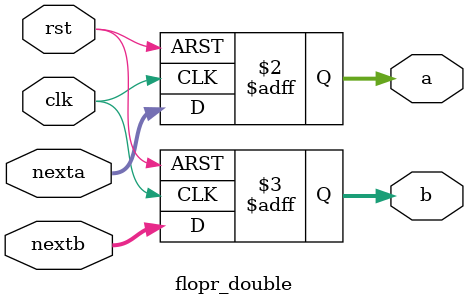
<source format=v>
module flopr_double(clk,rst,nexta,nextb,a,b);
input clk,rst;
input[31:0] nexta,nextb;
output reg[31:0] a,b;
always @(posedge clk or posedge rst)
begin
	if(rst) 
		begin
			a<=32'b0;
			b<=32'b0;
		end
	else
		begin
			a<=nexta;
			b<=nextb;
		end
end
endmodule 
</source>
